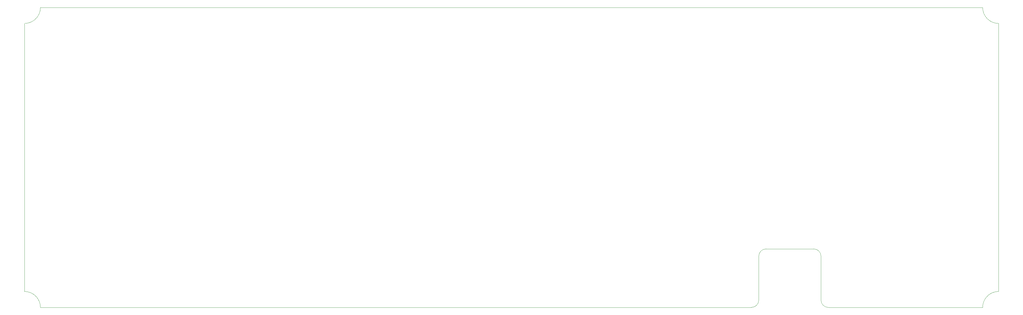
<source format=gm1>
G04 #@! TF.GenerationSoftware,KiCad,Pcbnew,(5.1.0-0)*
G04 #@! TF.CreationDate,2021-01-29T15:13:06+00:00*
G04 #@! TF.ProjectId,PULSE,50554c53-452e-46b6-9963-61645f706362,rev?*
G04 #@! TF.SameCoordinates,Original*
G04 #@! TF.FileFunction,Profile,NP*
%FSLAX46Y46*%
G04 Gerber Fmt 4.6, Leading zero omitted, Abs format (unit mm)*
G04 Created by KiCad (PCBNEW (5.1.0-0)) date 2021-01-29 15:13:06*
%MOMM*%
%LPD*%
G04 APERTURE LIST*
%ADD10C,0.050000*%
G04 APERTURE END LIST*
D10*
X203600000Y34090510D02*
X203600000Y-53136531D01*
X123229791Y-58340674D02*
X-107909385Y-58340000D01*
X-113109470Y-53139915D02*
X-113100000Y34090146D01*
X198399852Y39290658D02*
X-107899488Y39290658D01*
X-113109470Y-53139915D02*
G75*
G02X-107909385Y-58340000I0J-5200085D01*
G01*
X198395857Y-58340674D02*
G75*
G02X203600000Y-53136531I5204143J0D01*
G01*
X203600000Y34090510D02*
G75*
G02X198399852Y39290658I0J5200148D01*
G01*
X-107899488Y39290658D02*
G75*
G02X-113100000Y34090146I-5200512J0D01*
G01*
X125611043Y-41671910D02*
X125611043Y-55959422D01*
X143470433Y-39290658D02*
X127992295Y-39290658D01*
X145851685Y-55959422D02*
X145851685Y-41671910D01*
X198395857Y-58340674D02*
X148232937Y-58340674D01*
X148232937Y-58340674D02*
G75*
G02X145851685Y-55959422I0J2381252D01*
G01*
X143470433Y-39290658D02*
G75*
G02X145851685Y-41671910I0J-2381252D01*
G01*
X125611043Y-41671910D02*
G75*
G02X127992295Y-39290658I2381252J0D01*
G01*
X125611043Y-55959422D02*
G75*
G02X123229791Y-58340674I-2381252J0D01*
G01*
M02*

</source>
